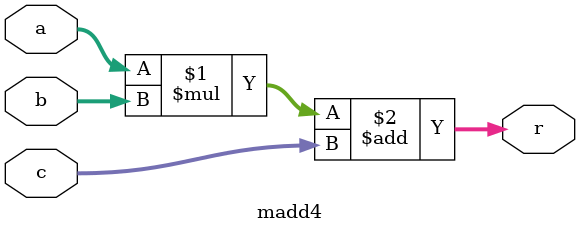
<source format=v>
module madd4(a,b,c,r);
input [3:0] a,b,c;
output [7:0] r;

assign r = (a*b) + c;

endmodule

</source>
